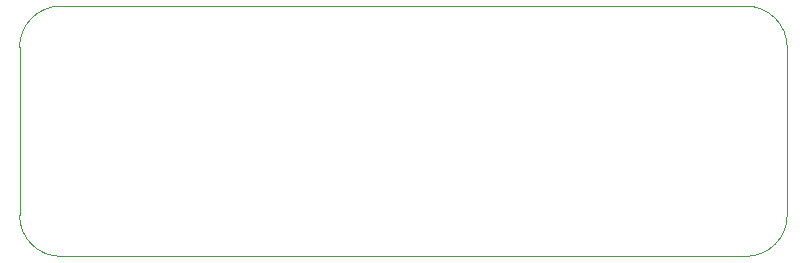
<source format=gm1>
G04 #@! TF.GenerationSoftware,KiCad,Pcbnew,(5.1.9-16-g1737927814)-1*
G04 #@! TF.CreationDate,2021-10-16T21:24:19-05:00*
G04 #@! TF.ProjectId,daisy_chain_v2,64616973-795f-4636-9861-696e5f76322e,rev?*
G04 #@! TF.SameCoordinates,Original*
G04 #@! TF.FileFunction,Profile,NP*
%FSLAX46Y46*%
G04 Gerber Fmt 4.6, Leading zero omitted, Abs format (unit mm)*
G04 Created by KiCad (PCBNEW (5.1.9-16-g1737927814)-1) date 2021-10-16 21:24:19*
%MOMM*%
%LPD*%
G01*
G04 APERTURE LIST*
G04 #@! TA.AperFunction,Profile*
%ADD10C,0.050000*%
G04 #@! TD*
G04 APERTURE END LIST*
D10*
X178000000Y-98496000D02*
X236000000Y-98496000D01*
X178000000Y-98496000D02*
G75*
G02*
X174500000Y-94996000I0J3500000D01*
G01*
X239500000Y-94996000D02*
G75*
G02*
X236000000Y-98496000I-3500000J0D01*
G01*
X174500000Y-80798000D02*
X174500000Y-94996000D01*
X239500000Y-80798000D02*
X239500000Y-94996000D01*
X178000000Y-77298000D02*
X236000000Y-77298000D01*
X174500000Y-80798000D02*
G75*
G02*
X178000000Y-77298000I3500000J0D01*
G01*
X236000000Y-77298000D02*
G75*
G02*
X239500000Y-80798000I0J-3500000D01*
G01*
M02*

</source>
